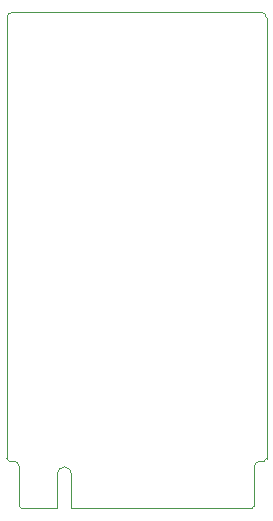
<source format=gm1>
G04 #@! TF.GenerationSoftware,KiCad,Pcbnew,9.0.0+1*
G04 #@! TF.CreationDate,2025-04-14T19:52:18+02:00*
G04 #@! TF.ProjectId,P4_M.2_B+M-key,50345f4d-2e32-45f4-922b-4d2d6b65792e,rev?*
G04 #@! TF.SameCoordinates,Original*
G04 #@! TF.FileFunction,Profile,NP*
%FSLAX46Y46*%
G04 Gerber Fmt 4.6, Leading zero omitted, Abs format (unit mm)*
G04 Created by KiCad (PCBNEW 9.0.0+1) date 2025-04-14 19:52:18*
%MOMM*%
%LPD*%
G01*
G04 APERTURE LIST*
G04 #@! TA.AperFunction,Profile*
%ADD10C,0.050000*%
G04 #@! TD*
G04 APERTURE END LIST*
D10*
G04 #@! TO.C,U4*
X137501100Y-84503600D02*
X137501100Y-121803600D01*
X137701100Y-122003600D02*
X138051100Y-122003600D01*
X138551100Y-122503600D02*
X138551100Y-125803600D01*
X141776100Y-123103600D02*
X141776100Y-126003600D01*
X141776100Y-126003600D02*
X138751100Y-126003600D01*
X142976100Y-123103600D02*
X142976100Y-126003600D01*
X142976100Y-126003600D02*
X154701100Y-126003600D01*
X154701100Y-126003600D02*
X158251100Y-126003600D01*
X158451100Y-125803600D02*
X158451100Y-122503600D01*
X158951100Y-122003600D02*
X159301100Y-122003600D01*
X159001100Y-84003600D02*
X138001100Y-84003600D01*
X159501100Y-121803600D02*
X159501100Y-84503600D01*
X137501100Y-84503600D02*
G75*
G02*
X138001100Y-84003600I500001J-1D01*
G01*
X137701100Y-122003600D02*
G75*
G02*
X137501100Y-121803600I1J200001D01*
G01*
X138051100Y-122003600D02*
G75*
G02*
X138551100Y-122503600I-1J-500001D01*
G01*
X138751100Y-126003600D02*
G75*
G02*
X138551100Y-125803600I1J200001D01*
G01*
X141776100Y-123103600D02*
G75*
G02*
X142376100Y-122503600I600000J0D01*
G01*
X142376100Y-122503600D02*
G75*
G02*
X142976100Y-123103600I0J-600000D01*
G01*
X158451100Y-122503600D02*
G75*
G02*
X158951100Y-122003600I500000J0D01*
G01*
X158451100Y-125803600D02*
G75*
G02*
X158251100Y-126003600I-200000J0D01*
G01*
X159001100Y-84003600D02*
G75*
G02*
X159501100Y-84503600I0J-500000D01*
G01*
X159501100Y-121803600D02*
G75*
G02*
X159301100Y-122003600I-200000J0D01*
G01*
G04 #@! TD*
M02*

</source>
